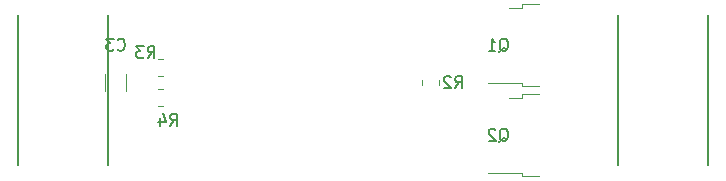
<source format=gbr>
%TF.GenerationSoftware,KiCad,Pcbnew,7.0.6*%
%TF.CreationDate,2023-08-24T15:39:13-04:00*%
%TF.ProjectId,miniald,6d696e69-616c-4642-9e6b-696361645f70,rev?*%
%TF.SameCoordinates,Original*%
%TF.FileFunction,Legend,Bot*%
%TF.FilePolarity,Positive*%
%FSLAX46Y46*%
G04 Gerber Fmt 4.6, Leading zero omitted, Abs format (unit mm)*
G04 Created by KiCad (PCBNEW 7.0.6) date 2023-08-24 15:39:13*
%MOMM*%
%LPD*%
G01*
G04 APERTURE LIST*
%ADD10C,0.150000*%
%ADD11C,0.120000*%
G04 APERTURE END LIST*
D10*
X135890000Y-52070000D02*
X135890000Y-64770000D01*
X92710000Y-52070000D02*
X92710000Y-64770000D01*
X85090000Y-52070000D02*
X85090000Y-64770000D01*
X143510000Y-52070000D02*
X143510000Y-64770000D01*
X125825238Y-62780057D02*
X125920476Y-62732438D01*
X125920476Y-62732438D02*
X126015714Y-62637200D01*
X126015714Y-62637200D02*
X126158571Y-62494342D01*
X126158571Y-62494342D02*
X126253809Y-62446723D01*
X126253809Y-62446723D02*
X126349047Y-62446723D01*
X126301428Y-62684819D02*
X126396666Y-62637200D01*
X126396666Y-62637200D02*
X126491904Y-62541961D01*
X126491904Y-62541961D02*
X126539523Y-62351485D01*
X126539523Y-62351485D02*
X126539523Y-62018152D01*
X126539523Y-62018152D02*
X126491904Y-61827676D01*
X126491904Y-61827676D02*
X126396666Y-61732438D01*
X126396666Y-61732438D02*
X126301428Y-61684819D01*
X126301428Y-61684819D02*
X126110952Y-61684819D01*
X126110952Y-61684819D02*
X126015714Y-61732438D01*
X126015714Y-61732438D02*
X125920476Y-61827676D01*
X125920476Y-61827676D02*
X125872857Y-62018152D01*
X125872857Y-62018152D02*
X125872857Y-62351485D01*
X125872857Y-62351485D02*
X125920476Y-62541961D01*
X125920476Y-62541961D02*
X126015714Y-62637200D01*
X126015714Y-62637200D02*
X126110952Y-62684819D01*
X126110952Y-62684819D02*
X126301428Y-62684819D01*
X125491904Y-61780057D02*
X125444285Y-61732438D01*
X125444285Y-61732438D02*
X125349047Y-61684819D01*
X125349047Y-61684819D02*
X125110952Y-61684819D01*
X125110952Y-61684819D02*
X125015714Y-61732438D01*
X125015714Y-61732438D02*
X124968095Y-61780057D01*
X124968095Y-61780057D02*
X124920476Y-61875295D01*
X124920476Y-61875295D02*
X124920476Y-61970533D01*
X124920476Y-61970533D02*
X124968095Y-62113390D01*
X124968095Y-62113390D02*
X125539523Y-62684819D01*
X125539523Y-62684819D02*
X124920476Y-62684819D01*
X96051666Y-55699819D02*
X96384999Y-55223628D01*
X96623094Y-55699819D02*
X96623094Y-54699819D01*
X96623094Y-54699819D02*
X96242142Y-54699819D01*
X96242142Y-54699819D02*
X96146904Y-54747438D01*
X96146904Y-54747438D02*
X96099285Y-54795057D01*
X96099285Y-54795057D02*
X96051666Y-54890295D01*
X96051666Y-54890295D02*
X96051666Y-55033152D01*
X96051666Y-55033152D02*
X96099285Y-55128390D01*
X96099285Y-55128390D02*
X96146904Y-55176009D01*
X96146904Y-55176009D02*
X96242142Y-55223628D01*
X96242142Y-55223628D02*
X96623094Y-55223628D01*
X95718332Y-54699819D02*
X95099285Y-54699819D01*
X95099285Y-54699819D02*
X95432618Y-55080771D01*
X95432618Y-55080771D02*
X95289761Y-55080771D01*
X95289761Y-55080771D02*
X95194523Y-55128390D01*
X95194523Y-55128390D02*
X95146904Y-55176009D01*
X95146904Y-55176009D02*
X95099285Y-55271247D01*
X95099285Y-55271247D02*
X95099285Y-55509342D01*
X95099285Y-55509342D02*
X95146904Y-55604580D01*
X95146904Y-55604580D02*
X95194523Y-55652200D01*
X95194523Y-55652200D02*
X95289761Y-55699819D01*
X95289761Y-55699819D02*
X95575475Y-55699819D01*
X95575475Y-55699819D02*
X95670713Y-55652200D01*
X95670713Y-55652200D02*
X95718332Y-55604580D01*
X97956666Y-61414819D02*
X98289999Y-60938628D01*
X98528094Y-61414819D02*
X98528094Y-60414819D01*
X98528094Y-60414819D02*
X98147142Y-60414819D01*
X98147142Y-60414819D02*
X98051904Y-60462438D01*
X98051904Y-60462438D02*
X98004285Y-60510057D01*
X98004285Y-60510057D02*
X97956666Y-60605295D01*
X97956666Y-60605295D02*
X97956666Y-60748152D01*
X97956666Y-60748152D02*
X98004285Y-60843390D01*
X98004285Y-60843390D02*
X98051904Y-60891009D01*
X98051904Y-60891009D02*
X98147142Y-60938628D01*
X98147142Y-60938628D02*
X98528094Y-60938628D01*
X97099523Y-60748152D02*
X97099523Y-61414819D01*
X97337618Y-60367200D02*
X97575713Y-61081485D01*
X97575713Y-61081485D02*
X96956666Y-61081485D01*
X125825238Y-55160057D02*
X125920476Y-55112438D01*
X125920476Y-55112438D02*
X126015714Y-55017200D01*
X126015714Y-55017200D02*
X126158571Y-54874342D01*
X126158571Y-54874342D02*
X126253809Y-54826723D01*
X126253809Y-54826723D02*
X126349047Y-54826723D01*
X126301428Y-55064819D02*
X126396666Y-55017200D01*
X126396666Y-55017200D02*
X126491904Y-54921961D01*
X126491904Y-54921961D02*
X126539523Y-54731485D01*
X126539523Y-54731485D02*
X126539523Y-54398152D01*
X126539523Y-54398152D02*
X126491904Y-54207676D01*
X126491904Y-54207676D02*
X126396666Y-54112438D01*
X126396666Y-54112438D02*
X126301428Y-54064819D01*
X126301428Y-54064819D02*
X126110952Y-54064819D01*
X126110952Y-54064819D02*
X126015714Y-54112438D01*
X126015714Y-54112438D02*
X125920476Y-54207676D01*
X125920476Y-54207676D02*
X125872857Y-54398152D01*
X125872857Y-54398152D02*
X125872857Y-54731485D01*
X125872857Y-54731485D02*
X125920476Y-54921961D01*
X125920476Y-54921961D02*
X126015714Y-55017200D01*
X126015714Y-55017200D02*
X126110952Y-55064819D01*
X126110952Y-55064819D02*
X126301428Y-55064819D01*
X124920476Y-55064819D02*
X125491904Y-55064819D01*
X125206190Y-55064819D02*
X125206190Y-54064819D01*
X125206190Y-54064819D02*
X125301428Y-54207676D01*
X125301428Y-54207676D02*
X125396666Y-54302914D01*
X125396666Y-54302914D02*
X125491904Y-54350533D01*
X122086666Y-58239819D02*
X122419999Y-57763628D01*
X122658094Y-58239819D02*
X122658094Y-57239819D01*
X122658094Y-57239819D02*
X122277142Y-57239819D01*
X122277142Y-57239819D02*
X122181904Y-57287438D01*
X122181904Y-57287438D02*
X122134285Y-57335057D01*
X122134285Y-57335057D02*
X122086666Y-57430295D01*
X122086666Y-57430295D02*
X122086666Y-57573152D01*
X122086666Y-57573152D02*
X122134285Y-57668390D01*
X122134285Y-57668390D02*
X122181904Y-57716009D01*
X122181904Y-57716009D02*
X122277142Y-57763628D01*
X122277142Y-57763628D02*
X122658094Y-57763628D01*
X121705713Y-57335057D02*
X121658094Y-57287438D01*
X121658094Y-57287438D02*
X121562856Y-57239819D01*
X121562856Y-57239819D02*
X121324761Y-57239819D01*
X121324761Y-57239819D02*
X121229523Y-57287438D01*
X121229523Y-57287438D02*
X121181904Y-57335057D01*
X121181904Y-57335057D02*
X121134285Y-57430295D01*
X121134285Y-57430295D02*
X121134285Y-57525533D01*
X121134285Y-57525533D02*
X121181904Y-57668390D01*
X121181904Y-57668390D02*
X121753332Y-58239819D01*
X121753332Y-58239819D02*
X121134285Y-58239819D01*
X93511666Y-54969580D02*
X93559285Y-55017200D01*
X93559285Y-55017200D02*
X93702142Y-55064819D01*
X93702142Y-55064819D02*
X93797380Y-55064819D01*
X93797380Y-55064819D02*
X93940237Y-55017200D01*
X93940237Y-55017200D02*
X94035475Y-54921961D01*
X94035475Y-54921961D02*
X94083094Y-54826723D01*
X94083094Y-54826723D02*
X94130713Y-54636247D01*
X94130713Y-54636247D02*
X94130713Y-54493390D01*
X94130713Y-54493390D02*
X94083094Y-54302914D01*
X94083094Y-54302914D02*
X94035475Y-54207676D01*
X94035475Y-54207676D02*
X93940237Y-54112438D01*
X93940237Y-54112438D02*
X93797380Y-54064819D01*
X93797380Y-54064819D02*
X93702142Y-54064819D01*
X93702142Y-54064819D02*
X93559285Y-54112438D01*
X93559285Y-54112438D02*
X93511666Y-54160057D01*
X93178332Y-54064819D02*
X92559285Y-54064819D01*
X92559285Y-54064819D02*
X92892618Y-54445771D01*
X92892618Y-54445771D02*
X92749761Y-54445771D01*
X92749761Y-54445771D02*
X92654523Y-54493390D01*
X92654523Y-54493390D02*
X92606904Y-54541009D01*
X92606904Y-54541009D02*
X92559285Y-54636247D01*
X92559285Y-54636247D02*
X92559285Y-54874342D01*
X92559285Y-54874342D02*
X92606904Y-54969580D01*
X92606904Y-54969580D02*
X92654523Y-55017200D01*
X92654523Y-55017200D02*
X92749761Y-55064819D01*
X92749761Y-55064819D02*
X93035475Y-55064819D01*
X93035475Y-55064819D02*
X93130713Y-55017200D01*
X93130713Y-55017200D02*
X93178332Y-54969580D01*
D11*
%TO.C,Q2*%
X127705000Y-58780000D02*
X127705000Y-59050000D01*
X127705000Y-59050000D02*
X126605000Y-59050000D01*
X127705000Y-65410000D02*
X124875000Y-65410000D01*
X127705000Y-65680000D02*
X127705000Y-65410000D01*
X129205000Y-58780000D02*
X127705000Y-58780000D01*
X129205000Y-65680000D02*
X127705000Y-65680000D01*
%TO.C,R3*%
X96927936Y-55780000D02*
X97382064Y-55780000D01*
X96927936Y-57250000D02*
X97382064Y-57250000D01*
%TO.C,R4*%
X97382064Y-59790000D02*
X96927936Y-59790000D01*
X97382064Y-58320000D02*
X96927936Y-58320000D01*
%TO.C,Q1*%
X127705000Y-51160000D02*
X127705000Y-51430000D01*
X127705000Y-51430000D02*
X126605000Y-51430000D01*
X127705000Y-57790000D02*
X124875000Y-57790000D01*
X127705000Y-58060000D02*
X127705000Y-57790000D01*
X129205000Y-51160000D02*
X127705000Y-51160000D01*
X129205000Y-58060000D02*
X127705000Y-58060000D01*
%TO.C,R2*%
X120750000Y-57557936D02*
X120750000Y-58012064D01*
X119280000Y-57557936D02*
X119280000Y-58012064D01*
%TO.C,C3*%
X94255000Y-57073748D02*
X94255000Y-58496252D01*
X92435000Y-57073748D02*
X92435000Y-58496252D01*
%TD*%
M02*

</source>
